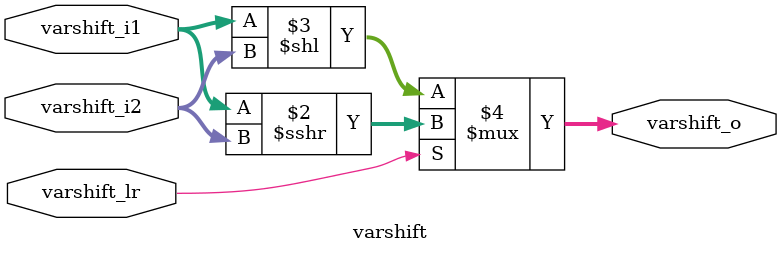
<source format=sv>
module varshift #(
  parameter WIDTH=64
) (
  input  logic varshift_lr,
  input  logic [WIDTH-1:0] varshift_i1, varshift_i2,
  output logic [WIDTH-1:0] varshift_o
);

  // *********************************************************************
  // INTERNAL SIGNALS
  // *********************************************************************
  
  // *********************************************************************
  // ARCHITECTURE
  // *********************************************************************

  // combinational logic
  always_comb varshift_o = varshift_lr ? ($signed(varshift_i1) >>> $signed(varshift_i2)) : ($signed(varshift_i1) << $signed(varshift_i2));
  
endmodule
</source>
